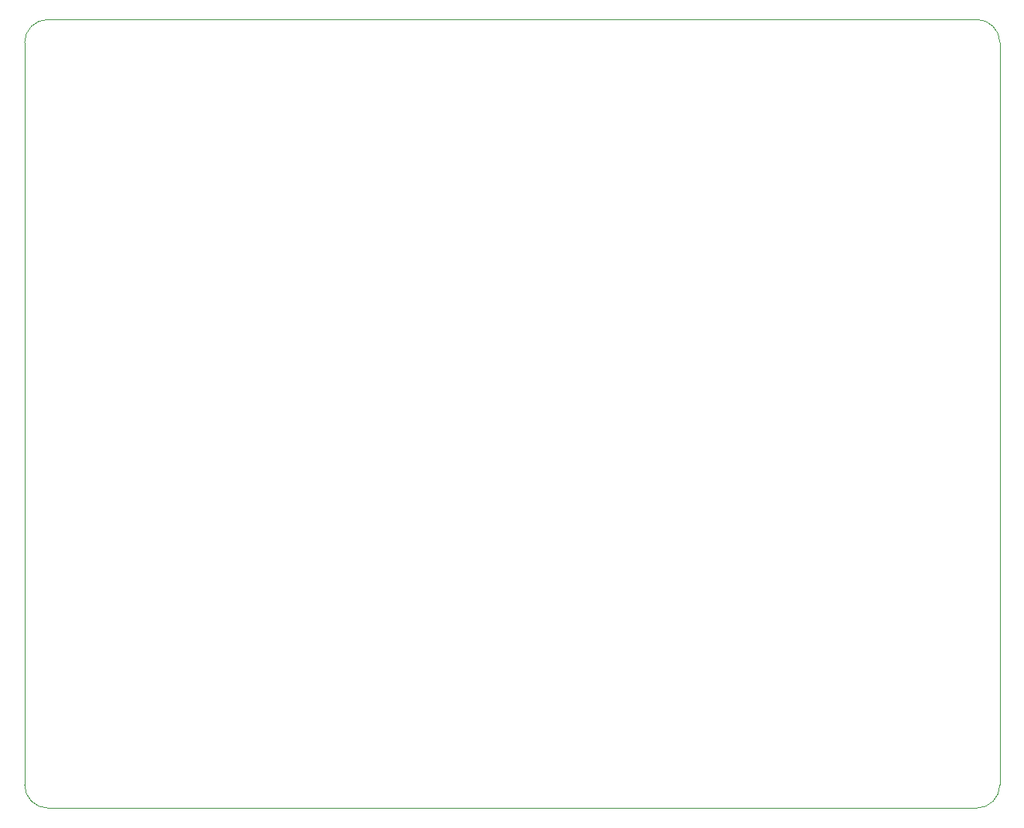
<source format=gm1>
%TF.GenerationSoftware,KiCad,Pcbnew,9.0.0*%
%TF.CreationDate,2025-03-09T03:32:08-07:00*%
%TF.ProjectId,remote,72656d6f-7465-42e6-9b69-6361645f7063,v0.1*%
%TF.SameCoordinates,Original*%
%TF.FileFunction,Profile,NP*%
%FSLAX46Y46*%
G04 Gerber Fmt 4.6, Leading zero omitted, Abs format (unit mm)*
G04 Created by KiCad (PCBNEW 9.0.0) date 2025-03-09 03:32:08*
%MOMM*%
%LPD*%
G01*
G04 APERTURE LIST*
%TA.AperFunction,Profile*%
%ADD10C,0.050000*%
%TD*%
G04 APERTURE END LIST*
D10*
X19069000Y-16529000D02*
X120669000Y-16529000D01*
X16529000Y-19069000D02*
G75*
G02*
X19069000Y-16529000I2540000J0D01*
G01*
X120669000Y-16529000D02*
G75*
G02*
X123209000Y-19069000I0J-2540000D01*
G01*
X19069000Y-102889000D02*
G75*
G02*
X16529000Y-100349000I0J2540000D01*
G01*
X16529000Y-100349000D02*
X16529000Y-19069000D01*
X123209000Y-19069000D02*
X123209000Y-100349000D01*
X123209000Y-100349000D02*
G75*
G02*
X120669000Y-102889000I-2540000J0D01*
G01*
X120669000Y-102889000D02*
X19069000Y-102889000D01*
M02*

</source>
